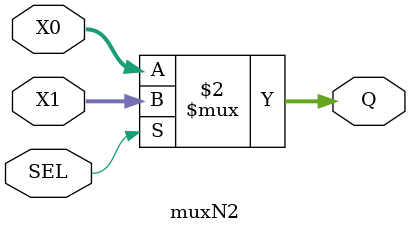
<source format=sv>
module muxN2 #(parameter N = 4) (output logic [N-1:0] Q, input logic [N-1:0] X0, input logic [N-1:0] X1, input logic SEL);

assign Q = (SEL==0) ? X0 : X1;

endmodule

</source>
